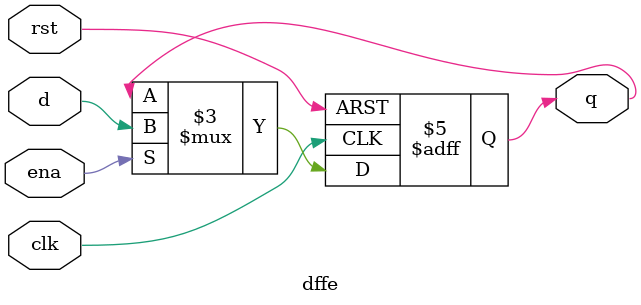
<source format=sv>
module dffe (
  input         clk,
  input         rst,
  input         d,
  input         ena,
  output logic  q
);

always_ff @(posedge clk, posedge rst) 
  if      (rst) q <= '0;
  else if (ena) q <= d; 
  else          q <= q;

endmodule : dffe
</source>
